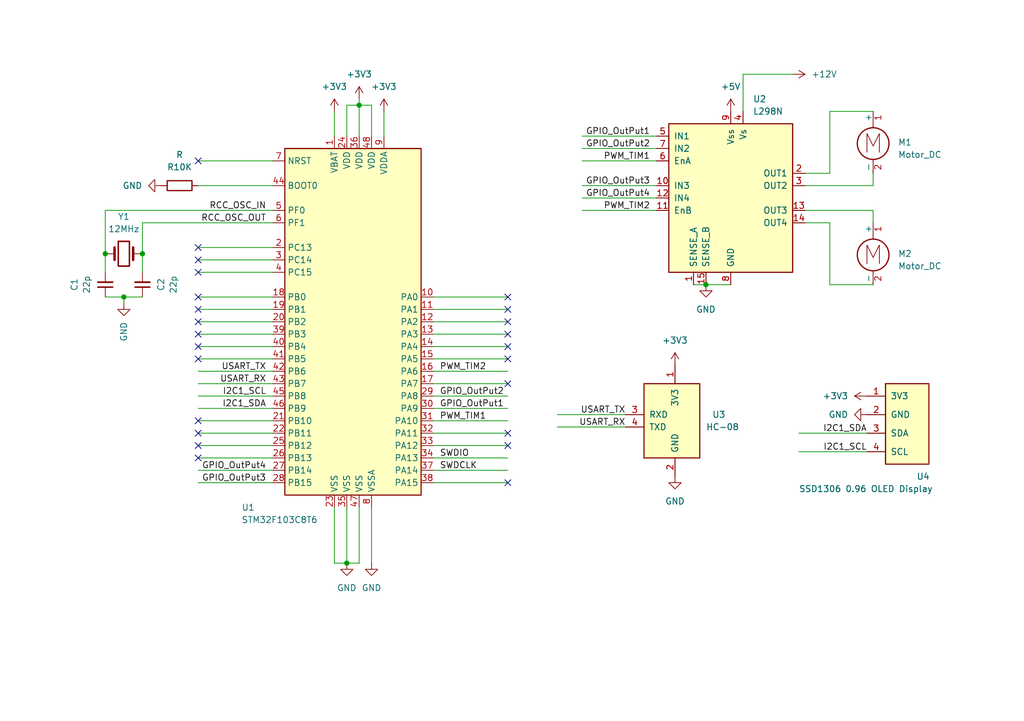
<source format=kicad_sch>
(kicad_sch (version 20211123) (generator eeschema)
  (paper "A5")
  (lib_symbols
    (symbol "Device:C_Small" (pin_numbers hide) (pin_names (offset 0.254) hide)
      (property "Reference" "C" (at 0.254 1.778 0))
      (property "Value" "C_Small" (at 0.254 -2.032 0))
      (symbol "C_Small_0_1"
        (polyline (pts (xy -1.524 -0.508) (xy 1.524 -0.508)) (stroke (width 0.3302)))
        (polyline (pts (xy -1.524 0.508) (xy 1.524 0.508)) (stroke (width 0.3048)))
      )
      (symbol "C_Small_1_1"
        (pin passive line (at 0 2.54 270) (length 2.032) (name "~") (number "1"))
        (pin passive line (at 0 -2.54 90) (length 2.032) (name "~") (number "2"))
      )
    )
    (symbol "Device:Crystal" (pin_numbers hide) (pin_names (offset 1.016) hide)
      (property "Reference" "Y" (at 0 3.81 0))
      (property "Value" "Crystal" (at 0 -3.81 0))
      (symbol "Crystal_0_1"
        (rectangle (start -1.143 2.54) (end 1.143 -2.54) (stroke (width 0.3048)))
        (polyline (pts (xy -2.54 0) (xy -1.905 0)))
        (polyline (pts (xy -1.905 -1.27) (xy -1.905 1.27)) (stroke (width 0.508)))
        (polyline (pts (xy 1.905 -1.27) (xy 1.905 1.27)) (stroke (width 0.508)))
        (polyline (pts (xy 2.54 0) (xy 1.905 0)))
      )
      (symbol "Crystal_1_1"
        (pin passive line (at -3.81 0 0) (length 1.27) (name "1") (number "1"))
        (pin passive line (at 3.81 0 180) (length 1.27) (name "2") (number "2"))
      )
    )
    (symbol "Device:R" (pin_numbers hide) (pin_names (offset 0))
      (property "Reference" "R" (at 2.032 0 90))
      (property "Value" "R" (at 0 0 90))
      (symbol "R_0_1"
        (rectangle (start -1.016 -2.54) (end 1.016 2.54) (stroke (width 0.254)))
      )
      (symbol "R_1_1"
        (pin passive line (at 0 3.81 270) (length 1.27) (name "~") (number "1"))
        (pin passive line (at 0 -3.81 90) (length 1.27) (name "~") (number "2"))
      )
    )
    (symbol "Driver_Motor:L298N" (pin_names (offset 1.016))
      (property "Reference" "U" (at -10.16 16.51 0))
      (property "Value" "L298N" (at 12.7 16.51 0))
      (symbol "L298N_0_1"
        (rectangle (start -12.7 15.24) (end 12.7 -15.24) (stroke (width 0.254)) (fill (type background)))
      )
      (symbol "L298N_1_1"
        (pin power_in line (at -7.62 -17.78 90) (length 2.54) (name "SENSE_A") (number "1"))
        (pin input line (at -15.24 2.54 0) (length 2.54) (name "IN3") (number "10"))
        (pin input line (at -15.24 -2.54 0) (length 2.54) (name "EnB") (number "11"))
        (pin input line (at -15.24 0 0) (length 2.54) (name "IN4") (number "12"))
        (pin output line (at 15.24 -2.54 180) (length 2.54) (name "OUT3") (number "13"))
        (pin output line (at 15.24 -5.08 180) (length 2.54) (name "OUT4") (number "14"))
        (pin power_in line (at -5.08 -17.78 90) (length 2.54) (name "SENSE_B") (number "15"))
        (pin output line (at 15.24 5.08 180) (length 2.54) (name "OUT1") (number "2"))
        (pin output line (at 15.24 2.54 180) (length 2.54) (name "OUT2") (number "3"))
        (pin power_in line (at 2.54 17.78 270) (length 2.54) (name "Vs") (number "4"))
        (pin input line (at -15.24 12.7 0) (length 2.54) (name "IN1") (number "5"))
        (pin input line (at -15.24 7.62 0) (length 2.54) (name "EnA") (number "6"))
        (pin input line (at -15.24 10.16 0) (length 2.54) (name "IN2") (number "7"))
        (pin power_in line (at 0 -17.78 90) (length 2.54) (name "GND") (number "8"))
        (pin power_in line (at 0 17.78 270) (length 2.54) (name "Vss") (number "9"))
      )
    )
    (symbol "MCU_ST_STM32F3:STM32F302C8Tx"
      (property "Reference" "U" (at -15.24 36.83 0))
      (property "Value" "STM32F302C8Tx" (at 7.62 36.83 0))
      (symbol "STM32F302C8Tx_0_1"
        (rectangle (start -15.24 -35.56) (end 12.7 35.56) (stroke (width 0.254)) (fill (type background)))
      )
      (symbol "STM32F302C8Tx_1_1"
        (pin power_in line (at -5.08 38.1 270) (length 2.54) (name "VBAT") (number "1"))
        (pin bidirectional line (at 15.24 5.08 180) (length 2.54) (name "PA0") (number "10"))
        (pin bidirectional line (at 15.24 2.54 180) (length 2.54) (name "PA1") (number "11"))
        (pin bidirectional line (at 15.24 0 180) (length 2.54) (name "PA2") (number "12"))
        (pin bidirectional line (at 15.24 -2.54 180) (length 2.54) (name "PA3") (number "13"))
        (pin bidirectional line (at 15.24 -5.08 180) (length 2.54) (name "PA4") (number "14"))
        (pin bidirectional line (at 15.24 -7.62 180) (length 2.54) (name "PA5") (number "15"))
        (pin bidirectional line (at 15.24 -10.16 180) (length 2.54) (name "PA6") (number "16"))
        (pin bidirectional line (at 15.24 -12.7 180) (length 2.54) (name "PA7") (number "17"))
        (pin bidirectional line (at -17.78 5.08 0) (length 2.54) (name "PB0") (number "18"))
        (pin bidirectional line (at -17.78 2.54 0) (length 2.54) (name "PB1") (number "19"))
        (pin bidirectional line (at -17.78 15.24 0) (length 2.54) (name "PC13") (number "2"))
        (pin bidirectional line (at -17.78 0 0) (length 2.54) (name "PB2") (number "20"))
        (pin bidirectional line (at -17.78 -20.32 0) (length 2.54) (name "PB10") (number "21"))
        (pin bidirectional line (at -17.78 -22.86 0) (length 2.54) (name "PB11") (number "22"))
        (pin power_in line (at -5.08 -38.1 90) (length 2.54) (name "VSS") (number "23"))
        (pin power_in line (at -2.54 38.1 270) (length 2.54) (name "VDD") (number "24"))
        (pin bidirectional line (at -17.78 -25.4 0) (length 2.54) (name "PB12") (number "25"))
        (pin bidirectional line (at -17.78 -27.94 0) (length 2.54) (name "PB13") (number "26"))
        (pin bidirectional line (at -17.78 -30.48 0) (length 2.54) (name "PB14") (number "27"))
        (pin bidirectional line (at -17.78 -33.02 0) (length 2.54) (name "PB15") (number "28"))
        (pin bidirectional line (at 15.24 -15.24 180) (length 2.54) (name "PA8") (number "29"))
        (pin bidirectional line (at -17.78 12.7 0) (length 2.54) (name "PC14") (number "3"))
        (pin bidirectional line (at 15.24 -17.78 180) (length 2.54) (name "PA9") (number "30"))
        (pin bidirectional line (at 15.24 -20.32 180) (length 2.54) (name "PA10") (number "31"))
        (pin bidirectional line (at 15.24 -22.86 180) (length 2.54) (name "PA11") (number "32"))
        (pin bidirectional line (at 15.24 -25.4 180) (length 2.54) (name "PA12") (number "33"))
        (pin bidirectional line (at 15.24 -27.94 180) (length 2.54) (name "PA13") (number "34"))
        (pin power_in line (at -2.54 -38.1 90) (length 2.54) (name "VSS") (number "35"))
        (pin power_in line (at 0 38.1 270) (length 2.54) (name "VDD") (number "36"))
        (pin bidirectional line (at 15.24 -30.48 180) (length 2.54) (name "PA14") (number "37"))
        (pin bidirectional line (at 15.24 -33.02 180) (length 2.54) (name "PA15") (number "38"))
        (pin bidirectional line (at -17.78 -2.54 0) (length 2.54) (name "PB3") (number "39"))
        (pin bidirectional line (at -17.78 10.16 0) (length 2.54) (name "PC15") (number "4"))
        (pin bidirectional line (at -17.78 -5.08 0) (length 2.54) (name "PB4") (number "40"))
        (pin bidirectional line (at -17.78 -7.62 0) (length 2.54) (name "PB5") (number "41"))
        (pin bidirectional line (at -17.78 -10.16 0) (length 2.54) (name "PB6") (number "42"))
        (pin bidirectional line (at -17.78 -12.7 0) (length 2.54) (name "PB7") (number "43"))
        (pin input line (at -17.78 27.94 0) (length 2.54) (name "BOOT0") (number "44"))
        (pin bidirectional line (at -17.78 -15.24 0) (length 2.54) (name "PB8") (number "45"))
        (pin bidirectional line (at -17.78 -17.78 0) (length 2.54) (name "PB9") (number "46"))
        (pin power_in line (at 0 -38.1 90) (length 2.54) (name "VSS") (number "47"))
        (pin power_in line (at 2.54 38.1 270) (length 2.54) (name "VDD") (number "48"))
        (pin input line (at -17.78 22.86 0) (length 2.54) (name "PF0") (number "5"))
        (pin input line (at -17.78 20.32 0) (length 2.54) (name "PF1") (number "6"))
        (pin input line (at -17.78 33.02 0) (length 2.54) (name "NRST") (number "7"))
        (pin power_in line (at 2.54 -38.1 90) (length 2.54) (name "VSSA") (number "8"))
        (pin power_in line (at 5.08 38.1 270) (length 2.54) (name "VDDA") (number "9"))
      )
    )
    (symbol "MOD-nRF8001_1" (pin_names (offset 1.016))
      (property "Reference" "U4" (at 6.35 0 0))
      (property "Value" "SSD1306 0.96 OLED Display" (at 6.35 -2.54 0))
      (symbol "MOD-nRF8001_1_0_1"
        (rectangle (start -3.81 6.35) (end 5.08 -10.16) (stroke (width 0.254)) (fill (type background)))
      )
      (symbol "MOD-nRF8001_1_1_1"
        (pin power_in line (at -7.62 3.81 0) (length 3.81) (name "3V3") (number "1"))
        (pin power_in line (at -7.62 0 0) (length 3.81) (name "GND") (number "2"))
        (pin input line (at -7.62 -3.81 0) (length 3.81) (name "SDA") (number "3"))
        (pin output line (at -7.62 -7.62 0) (length 3.81) (name "SCL") (number "4"))
      )
    )
    (symbol "Motor:Motor_DC" (pin_names (offset 0))
      (property "Reference" "M" (at 2.54 2.54 0))
      (property "Value" "Motor_DC" (at 2.54 -5.08 0))
      (symbol "Motor_DC_0_0"
        (polyline (pts (xy -1.27 -3.302) (xy -1.27 0.508) (xy 0 -2.032) (xy 1.27 0.508) (xy 1.27 -3.302)))
      )
      (symbol "Motor_DC_0_1"
        (circle (center 0 -1.524) (radius 3.2512) (stroke (width 0.254)))
        (polyline (pts (xy 0 -7.62) (xy 0 -7.112)))
        (polyline (pts (xy 0 -4.7752) (xy 0 -5.1816)))
        (polyline (pts (xy 0 1.7272) (xy 0 2.0828)))
        (polyline (pts (xy 0 2.032) (xy 0 2.54)))
      )
      (symbol "Motor_DC_1_1"
        (pin passive line (at 0 5.08 270) (length 2.54) (name "+") (number "1"))
        (pin passive line (at 0 -7.62 90) (length 2.54) (name "-") (number "2"))
      )
    )
    (symbol "RF_Bluetooth:MOD-nRF8001" (pin_names (offset 1.016))
      (property "Reference" "U3" (at 7.62 1.27 0))
      (property "Value" "HC-08" (at 6.35 -1.27 0))
      (symbol "MOD-nRF8001_0_1"
        (rectangle (start -6.35 7.62) (end 5.08 -7.62) (stroke (width 0.254)) (fill (type background)))
      )
      (symbol "MOD-nRF8001_1_1"
        (pin power_in line (at 0 11.43 270) (length 3.81) (name "3V3") (number "1"))
        (pin power_in line (at 0 -11.43 90) (length 3.81) (name "GND") (number "2"))
        (pin input line (at -10.16 1.27 0) (length 3.81) (name "RXD") (number "3"))
        (pin output line (at -10.16 -1.27 0) (length 3.81) (name "TXD") (number "4"))
      )
    )
    (symbol "power:+12V" (power) (pin_names (offset 0))
      (property "Value" "+12V" (at 0 3.556 0))
      (symbol "+12V_0_1"
        (polyline (pts (xy -0.762 1.27) (xy 0 2.54)))
        (polyline (pts (xy 0 0) (xy 0 2.54)))
        (polyline (pts (xy 0 2.54) (xy 0.762 1.27)))
      )
      (symbol "+12V_1_1"
        (pin power_in line (at 0 0 90) (length 0) hide (name "+12V") (number "1"))
      )
    )
    (symbol "power:+3V3" (power) (pin_names (offset 0))
      (property "Value" "+3V3" (at 0 3.556 0))
      (symbol "+3V3_0_1"
        (polyline (pts (xy -0.762 1.27) (xy 0 2.54)))
        (polyline (pts (xy 0 0) (xy 0 2.54)))
        (polyline (pts (xy 0 2.54) (xy 0.762 1.27)))
      )
      (symbol "+3V3_1_1"
        (pin power_in line (at 0 0 90) (length 0) hide (name "+3V3") (number "1"))
      )
    )
    (symbol "power:+5V" (power) (pin_names (offset 0))
      (property "Value" "+5V" (at 0 3.556 0))
      (symbol "+5V_0_1"
        (polyline (pts (xy -0.762 1.27) (xy 0 2.54)))
        (polyline (pts (xy 0 0) (xy 0 2.54)))
        (polyline (pts (xy 0 2.54) (xy 0.762 1.27)))
      )
      (symbol "+5V_1_1"
        (pin power_in line (at 0 0 90) (length 0) hide (name "+5V") (number "1"))
      )
    )
    (symbol "power:GND" (power) (pin_names (offset 0))
      (property "Value" "GND" (at 0 -3.81 0))
      (symbol "GND_0_1"
        (polyline (pts (xy 0 0) (xy 0 -1.27) (xy 1.27 -1.27) (xy 0 -2.54) (xy -1.27 -1.27) (xy 0 -1.27)))
      )
      (symbol "GND_1_1"
        (pin power_in line (at 0 0 270) (length 0) hide (name "GND") (number "1"))
      )
    )
  )
  (junction (at 144.78 58.42))
  (junction (at 71.12 115.57))
  (junction (at 73.66 21.59))
  (junction (at 29.21 52.07))
  (junction (at 25.4 60.96))
  (junction (at 21.59 52.07))
  (no_connect (at 40.64 50.8))
  (no_connect (at 40.64 53.34))
  (no_connect (at 40.64 55.88))
  (no_connect (at 40.64 33.02))
  (no_connect (at 40.64 63.5))
  (no_connect (at 40.64 66.04))
  (no_connect (at 40.64 68.58))
  (no_connect (at 40.64 60.96))
  (no_connect (at 40.64 91.44))
  (no_connect (at 40.64 88.9))
  (no_connect (at 40.64 86.36))
  (no_connect (at 40.64 93.98))
  (no_connect (at 104.14 63.5))
  (no_connect (at 104.14 60.96))
  (no_connect (at 104.14 78.74))
  (no_connect (at 104.14 66.04))
  (no_connect (at 104.14 68.58))
  (no_connect (at 104.14 71.12))
  (no_connect (at 104.14 73.66))
  (no_connect (at 104.14 88.9))
  (no_connect (at 104.14 99.06))
  (no_connect (at 104.14 91.44))
  (no_connect (at 40.64 73.66))
  (no_connect (at 40.64 71.12))
  (wire (pts (xy 40.64 93.98) (xy 55.88 93.98)))
  (wire (pts (xy 119.38 30.48) (xy 134.62 30.48)))
  (wire (pts (xy 73.66 21.59) (xy 73.66 27.94)))
  (wire (pts (xy 40.64 38.1) (xy 55.88 38.1)))
  (wire (pts (xy 73.66 104.14) (xy 73.66 115.57)))
  (wire (pts (xy 40.64 66.04) (xy 55.88 66.04)))
  (wire (pts (xy 55.88 45.72) (xy 29.21 45.72)))
  (wire (pts (xy 179.07 43.18) (xy 179.07 45.72)))
  (wire (pts (xy 152.4 15.24) (xy 162.56 15.24)))
  (wire (pts (xy 25.4 60.96) (xy 29.21 60.96)))
  (wire (pts (xy 68.58 22.86) (xy 68.58 27.94)))
  (wire (pts (xy 71.12 21.59) (xy 71.12 27.94)))
  (wire (pts (xy 170.18 45.72) (xy 170.18 58.42)))
  (wire (pts (xy 170.18 58.42) (xy 179.07 58.42)))
  (wire (pts (xy 40.64 78.74) (xy 55.88 78.74)))
  (wire (pts (xy 29.21 45.72) (xy 29.21 52.07)))
  (wire (pts (xy 170.18 35.56) (xy 170.18 22.86)))
  (wire (pts (xy 40.64 83.82) (xy 55.88 83.82)))
  (wire (pts (xy 68.58 104.14) (xy 68.58 115.57)))
  (wire (pts (xy 76.2 104.14) (xy 76.2 115.57)))
  (wire (pts (xy 40.64 73.66) (xy 55.88 73.66)))
  (wire (pts (xy 144.78 58.42) (xy 149.86 58.42)))
  (wire (pts (xy 165.1 45.72) (xy 170.18 45.72)))
  (wire (pts (xy 71.12 21.59) (xy 73.66 21.59)))
  (wire (pts (xy 40.64 81.28) (xy 55.88 81.28)))
  (wire (pts (xy 88.9 91.44) (xy 104.14 91.44)))
  (wire (pts (xy 88.9 93.98) (xy 104.14 93.98)))
  (wire (pts (xy 76.2 21.59) (xy 76.2 27.94)))
  (wire (pts (xy 88.9 71.12) (xy 104.14 71.12)))
  (wire (pts (xy 88.9 99.06) (xy 104.14 99.06)))
  (wire (pts (xy 40.64 76.2) (xy 55.88 76.2)))
  (wire (pts (xy 88.9 88.9) (xy 104.14 88.9)))
  (wire (pts (xy 88.9 66.04) (xy 104.14 66.04)))
  (wire (pts (xy 142.24 58.42) (xy 144.78 58.42)))
  (wire (pts (xy 165.1 35.56) (xy 170.18 35.56)))
  (wire (pts (xy 40.64 88.9) (xy 55.88 88.9)))
  (wire (pts (xy 71.12 115.57) (xy 73.66 115.57)))
  (wire (pts (xy 88.9 78.74) (xy 104.14 78.74)))
  (wire (pts (xy 88.9 73.66) (xy 104.14 73.66)))
  (wire (pts (xy 114.3 85.09) (xy 128.27 85.09)))
  (wire (pts (xy 88.9 83.82) (xy 104.14 83.82)))
  (wire (pts (xy 177.8 88.9) (xy 163.83 88.9)))
  (wire (pts (xy 21.59 43.18) (xy 21.59 52.07)))
  (wire (pts (xy 21.59 52.07) (xy 21.59 55.88)))
  (wire (pts (xy 128.27 87.63) (xy 114.3 87.63)))
  (wire (pts (xy 88.9 68.58) (xy 104.14 68.58)))
  (wire (pts (xy 88.9 60.96) (xy 104.14 60.96)))
  (wire (pts (xy 119.38 33.02) (xy 134.62 33.02)))
  (wire (pts (xy 40.64 86.36) (xy 55.88 86.36)))
  (wire (pts (xy 40.64 99.06) (xy 55.88 99.06)))
  (wire (pts (xy 40.64 53.34) (xy 55.88 53.34)))
  (wire (pts (xy 88.9 81.28) (xy 104.14 81.28)))
  (wire (pts (xy 152.4 22.86) (xy 152.4 15.24)))
  (wire (pts (xy 40.64 68.58) (xy 55.88 68.58)))
  (wire (pts (xy 88.9 63.5) (xy 104.14 63.5)))
  (wire (pts (xy 55.88 43.18) (xy 21.59 43.18)))
  (wire (pts (xy 179.07 35.56) (xy 179.07 38.1)))
  (wire (pts (xy 29.21 52.07) (xy 29.21 55.88)))
  (wire (pts (xy 25.4 62.23) (xy 25.4 60.96)))
  (wire (pts (xy 73.66 21.59) (xy 76.2 21.59)))
  (wire (pts (xy 40.64 60.96) (xy 55.88 60.96)))
  (wire (pts (xy 88.9 76.2) (xy 104.14 76.2)))
  (wire (pts (xy 40.64 55.88) (xy 55.88 55.88)))
  (wire (pts (xy 40.64 50.8) (xy 55.88 50.8)))
  (wire (pts (xy 73.66 20.32) (xy 73.66 21.59)))
  (wire (pts (xy 165.1 43.18) (xy 179.07 43.18)))
  (wire (pts (xy 40.64 71.12) (xy 55.88 71.12)))
  (wire (pts (xy 78.74 22.86) (xy 78.74 27.94)))
  (wire (pts (xy 119.38 43.18) (xy 134.62 43.18)))
  (wire (pts (xy 119.38 27.94) (xy 134.62 27.94)))
  (wire (pts (xy 119.38 38.1) (xy 134.62 38.1)))
  (wire (pts (xy 88.9 96.52) (xy 104.14 96.52)))
  (wire (pts (xy 21.59 60.96) (xy 25.4 60.96)))
  (wire (pts (xy 163.83 92.71) (xy 177.8 92.71)))
  (wire (pts (xy 40.64 63.5) (xy 55.88 63.5)))
  (wire (pts (xy 71.12 104.14) (xy 71.12 115.57)))
  (wire (pts (xy 40.64 96.52) (xy 55.88 96.52)))
  (wire (pts (xy 40.64 91.44) (xy 55.88 91.44)))
  (wire (pts (xy 88.9 86.36) (xy 104.14 86.36)))
  (wire (pts (xy 170.18 22.86) (xy 179.07 22.86)))
  (wire (pts (xy 68.58 115.57) (xy 71.12 115.57)))
  (wire (pts (xy 165.1 38.1) (xy 179.07 38.1)))
  (wire (pts (xy 40.64 33.02) (xy 55.88 33.02)))
  (wire (pts (xy 119.38 40.64) (xy 134.62 40.64)))
  (label "PWM_TIM2" (at 133.35 43.18 180))
  (label "GPIO_OutPut4" (at 133.35 40.64 180))
  (label "GPIO_OutPut4" (at 54.61 96.52 180))
  (label "USART_TX" (at 54.61 76.2 180))
  (label "SWDCLK" (at 90.17 96.52 0))
  (label "PWM_TIM1" (at 90.17 86.36 0))
  (label "I2C1_SCL" (at 54.61 81.28 180))
  (label "PWM_TIM2" (at 90.17 76.2 0))
  (label "RCC_OSC_IN" (at 54.61 43.18 180))
  (label "RCC_OSC_OUT" (at 54.61 45.72 180))
  (label "I2C1_SDA" (at 177.8 88.9 180))
  (label "GPIO_OutPut2" (at 133.35 30.48 180))
  (label "GPIO_OutPut3" (at 54.61 99.06 180))
  (label "GPIO_OutPut2" (at 90.17 81.28 0))
  (label "PWM_TIM1" (at 133.35 33.02 180))
  (label "SWDIO" (at 90.17 93.98 0))
  (label "I2C1_SCL" (at 177.8 92.71 180))
  (label "USART_RX" (at 54.61 78.74 180))
  (label "USART_TX" (at 128.27 85.09 180))
  (label "I2C1_SDA" (at 54.61 83.82 180))
  (label "GPIO_OutPut1" (at 133.35 27.94 180))
  (label "USART_RX" (at 128.27 87.63 180))
  (label "GPIO_OutPut3" (at 133.35 38.1 180))
  (label "GPIO_OutPut1" (at 90.17 83.82 0))
  (symbol (lib_id "power:GND") (at 33.02 38.1 270) (unit 1)
    (property "Reference" "#PWR0101" (effects hide))
    (property "Value" "GND" (at 29.21 38.0999 90) (effects (justify right)))
  )
  (symbol (lib_id "Device:C_Small") (at 21.59 58.42 180) (unit 1)
    (property "Reference" "C1" (at 15.24 58.4137 90))
    (property "Value" "22p" (at 17.78 58.4137 90))
  )
  (symbol (lib_name "MOD-nRF8001_1") (lib_id "RF_Bluetooth:MOD-nRF8001") (at 185.42 85.09 0) (unit 1)
    (property "Reference" "U4" (at 187.96 97.79 0) (effects (justify left)))
    (property "Value" "SSD1306 0.96 OLED Display" (at 163.83 100.33 0) (effects (justify left)))
  )
  (symbol (lib_id "Device:R") (at 36.83 38.1 90) (unit 1)
    (property "Reference" "R" (at 36.83 31.75 90))
    (property "Value" "R10K" (at 36.83 34.29 90))
  )
  (symbol (lib_id "power:GND") (at 25.4 62.23 0) (unit 1)
    (property "Reference" "#PWR0102" (effects hide))
    (property "Value" "GND" (at 25.3999 66.04 90) (effects (justify right)))
  )
  (symbol (lib_id "Motor:Motor_DC") (at 179.07 50.8 0) (unit 1)
    (property "Reference" "M2" (at 184.15 52.0699 0) (effects (justify left)))
    (property "Value" "Motor_DC" (at 184.15 54.6099 0) (effects (justify left)))
  )
  (symbol (lib_id "power:GND") (at 138.43 97.79 0) (unit 1)
    (property "Reference" "#PWR0112" (effects hide))
    (property "Value" "GND" (at 138.43 102.87 0))
  )
  (symbol (lib_id "RF_Bluetooth:MOD-nRF8001") (at 138.43 86.36 0) (unit 1)
    (property "Reference" "U3" (at 146.05 85.09 0) (effects (justify left)))
    (property "Value" "HC-08" (at 144.78 87.63 0) (effects (justify left)))
    (property "Footprint" "RF_Module:MOD-nRF8001" (effects hide))
    (property "Datasheet" "https://www.olimex.com/Products/Modules/RF/MOD-nRF8001/" (effects hide))
  )
  (symbol (lib_id "Device:C_Small") (at 29.21 58.42 180) (unit 1)
    (property "Reference" "C2" (at 33.02 58.4137 90))
    (property "Value" "22p" (at 35.56 58.4137 90))
  )
  (symbol (lib_id "power:+5V") (at 149.86 22.86 0) (unit 1)
    (property "Reference" "#PWR0108" (effects hide))
    (property "Value" "+5V" (at 149.86 17.78 0))
  )
  (symbol (lib_id "power:GND") (at 177.8 85.09 270) (unit 1)
    (property "Reference" "#PWR?" (effects hide))
    (property "Value" "GND" (at 173.99 85.0899 90) (effects (justify right)))
  )
  (symbol (lib_id "power:GND") (at 71.12 115.57 0) (unit 1)
    (property "Reference" "#PWR0110" (effects hide))
    (property "Value" "GND" (at 71.12 120.65 0))
  )
  (symbol (lib_id "power:GND") (at 144.78 58.42 0) (unit 1)
    (property "Reference" "#PWR0106" (effects hide))
    (property "Value" "GND" (at 144.78 63.5 0))
  )
  (symbol (lib_id "power:GND") (at 76.2 115.57 0) (unit 1)
    (property "Reference" "#PWR0109" (effects hide))
    (property "Value" "GND" (at 76.2 120.65 0))
  )
  (symbol (lib_id "power:+3V3") (at 68.58 22.86 0) (unit 1)
    (property "Reference" "#PWR0103" (effects hide))
    (property "Value" "+3V3" (at 68.58 17.78 0))
  )
  (symbol (lib_id "Motor:Motor_DC") (at 179.07 27.94 0) (unit 1)
    (property "Reference" "M1" (at 184.15 29.2099 0) (effects (justify left)))
    (property "Value" "Motor_DC" (at 184.15 31.7499 0) (effects (justify left)))
  )
  (symbol (lib_id "power:+3V3") (at 177.8 81.28 90) (unit 1)
    (property "Reference" "#PWR?" (effects hide))
    (property "Value" "+3V3" (at 173.99 81.2799 90) (effects (justify left)))
  )
  (symbol (lib_id "power:+12V") (at 162.56 15.24 270) (unit 1)
    (property "Reference" "#PWR0107" (effects hide))
    (property "Value" "+12V" (at 166.37 15.2399 90) (effects (justify left)))
  )
  (symbol (lib_id "Device:Crystal") (at 25.4 52.07 180) (unit 1)
    (property "Reference" "Y1" (at 25.4 44.45 0))
    (property "Value" "12MHz" (at 25.4 46.99 0))
  )
  (symbol (lib_id "MCU_ST_STM32F3:STM32F302C8Tx") (at 73.66 66.04 0) (unit 1)
    (property "Reference" "U1" (at 49.53 104.14 0) (effects (justify left)))
    (property "Value" "STM32F103C8T6" (at 49.53 106.68 0) (effects (justify left)))
    (property "Footprint" "Package_QFP:LQFP-48_7x7mm_P0.5mm" (effects hide))
    (property "Datasheet" "http://www.st.com/st-web-ui/static/active/en/resource/technical/document/datasheet/DM00093333.pdf" (effects hide))
  )
  (symbol (lib_id "power:+3V3") (at 78.74 22.86 0) (unit 1)
    (property "Reference" "#PWR0104" (effects hide))
    (property "Value" "+3V3" (at 78.74 17.78 0))
  )
  (symbol (lib_id "power:+3V3") (at 138.43 74.93 0) (unit 1)
    (property "Reference" "#PWR0111" (effects hide))
    (property "Value" "+3V3" (at 138.43 69.85 0))
  )
  (symbol (lib_id "Driver_Motor:L298N") (at 149.86 40.64 0) (unit 1)
    (property "Reference" "U2" (at 154.4194 20.32 0) (effects (justify left)))
    (property "Value" "L298N" (at 154.4194 22.86 0) (effects (justify left)))
    (property "Footprint" "Package_TO_SOT_THT:TO-220-15_P2.54x2.54mm_StaggerOdd_Lead4.58mm_Vertical" (effects hide))
    (property "Datasheet" "http://www.st.com/st-web-ui/static/active/en/resource/technical/document/datasheet/CD00000240.pdf" (effects hide))
  )
  (symbol (lib_id "power:+3V3") (at 73.66 20.32 0) (unit 1)
    (property "Reference" "#PWR0105" (effects hide))
    (property "Value" "+3V3" (at 73.66 15.24 0))
  )
)
</source>
